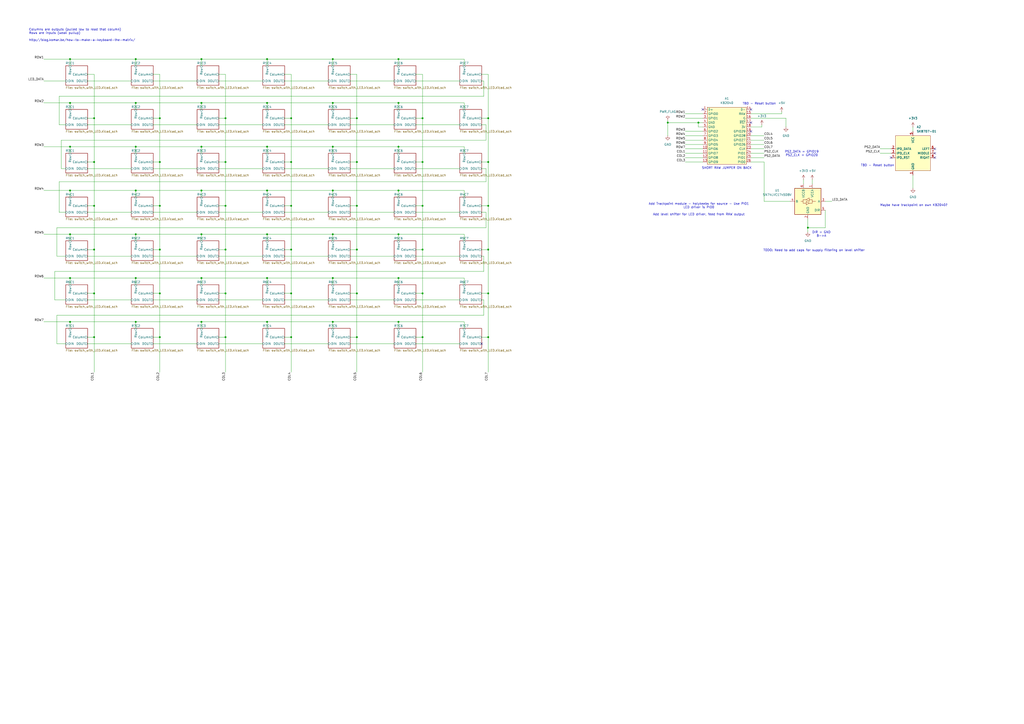
<source format=kicad_sch>
(kicad_sch (version 20250114) (generator "eeschema") (generator_version "9.0")
  (paper "A2")
  (lib_symbols
    (symbol "Logic_LevelTranslator:SN74LVC1T45DBV"
      (property "Reference" "U" (at -6.35 8.89 0))
      (property "Value" "SN74LVC1T45DBV" (at 3.81 8.89 0))
      (symbol "SN74LVC1T45DBV_0_1"
        (rectangle (start -7.62 7.62) (end 7.62 -7.62) (stroke (width 0.254)) (fill (type background)))
        (polyline (pts (xy -2.54 0) (xy -2.54 1.016) (xy -0.762 1.016)))
        (polyline (pts (xy -0.762 0) (xy -0.762 2.032) (xy 1.016 1.016) (xy -0.762 0)))
        (polyline (pts (xy -0.762 -1.016) (xy -2.54 -1.016) (xy -2.54 0) (xy -4.572 0)))
        (polyline (pts (xy 1.016 1.016) (xy 2.794 1.016) (xy 2.794 0) (xy 4.064 0)))
        (polyline (pts (xy 1.016 0) (xy 1.016 -1.778) (xy 1.016 -2.032) (xy -0.762 -1.016) (xy 1.016 0)))
        (polyline (pts (xy 2.794 0) (xy 2.794 -1.016) (xy 1.016 -1.016)))
      )
      (symbol "SN74LVC1T45DBV_1_1"
        (pin bidirectional line (at -10.16 0 0) (length 2.54) (name "A") (number "3"))
        (pin input line (at -10.16 -5.08 0) (length 2.54) (name "DIR") (number "5"))
        (pin power_in line (at -2.54 10.16 270) (length 2.54) (name "VCCA") (number "1"))
        (pin power_in line (at 0 -10.16 90) (length 2.54) (name "GND") (number "2"))
        (pin power_in line (at 2.54 10.16 270) (length 2.54) (name "VCCB") (number "6"))
        (pin bidirectional line (at 10.16 0 180) (length 2.54) (name "B") (number "4"))
      )
    )
    (symbol "SW-Adafruit:KB2040-5302"
      (property "Reference" "A" (at -5.08 17.78 0))
      (symbol "KB2040-5302_1_1"
        (rectangle (start -11.43 16.51) (end 11.43 -16.51) (fill (type background)))
        (pin bidirectional line (at -13.97 15.24 0) (length 2.54) (name "D+") (number "1"))
        (pin output line (at -13.97 12.7 0) (length 2.54) (name "TX") (number "2") (alternate "GPIO0" bidirectional line) (alternate "PIO0" bidirectional line) (alternate "PIO1" bidirectional line))
        (pin input line (at -13.97 10.16 0) (length 2.54) (name "RX") (number "3") (alternate "GPIO1" bidirectional line) (alternate "PIO0" bidirectional line) (alternate "PIO1" input line))
        (pin power_in line (at -13.97 7.62 0) (length 2.54) (name "GND") (number "4"))
        (pin power_in line (at -13.97 5.08 0) (length 2.54) (name "GND") (number "5"))
        (pin bidirectional line (at -13.97 2.54 0) (length 2.54) (name "2") (number "6") (alternate "GPIO2" bidirectional line) (alternate "PIO0" bidirectional line) (alternate "PIO1" bidirectional line))
        (pin bidirectional line (at -13.97 0 0) (length 2.54) (name "3") (number "7") (alternate "GPIO3" bidirectional line) (alternate "PIO0" bidirectional line) (alternate "PIO1" bidirectional line))
        (pin bidirectional line (at -13.97 -2.54 0) (length 2.54) (name "4") (number "8") (alternate "GPIO4" bidirectional line) (alternate "PIO0" bidirectional line) (alternate "PIO1" bidirectional line))
        (pin bidirectional line (at -13.97 -5.08 0) (length 2.54) (name "5") (number "9") (alternate "GPIO5" bidirectional line) (alternate "PIO0" bidirectional line) (alternate "PIO1" bidirectional line))
        (pin bidirectional line (at -13.97 -7.62 0) (length 2.54) (name "6") (number "10") (alternate "GPIO6" bidirectional line) (alternate "PIO0" bidirectional line) (alternate "PIO1" bidirectional line))
        (pin bidirectional line (at -13.97 -10.16 0) (length 2.54) (name "7") (number "11") (alternate "GPIO7" bidirectional line) (alternate "PIO0" bidirectional line) (alternate "PIO1" bidirectional line))
        (pin bidirectional line (at -13.97 -12.7 0) (length 2.54) (name "8") (number "12") (alternate "GPIO8" bidirectional line) (alternate "PIO0" bidirectional line) (alternate "PIO1" bidirectional line))
        (pin bidirectional line (at -13.97 -15.24 0) (length 2.54) (name "9") (number "13") (alternate "GPIO9" bidirectional line) (alternate "PIO0" bidirectional line) (alternate "PIO1" bidirectional line))
        (pin bidirectional line (at 13.97 15.24 180) (length 2.54) (name "D-") (number "14"))
        (pin power_out line (at 13.97 12.7 180) (length 2.54) (name "RAW") (number "15"))
        (pin power_in line (at 13.97 10.16 180) (length 2.54) (name "G") (number "16"))
        (pin input line (at 13.97 7.62 180) (length 2.54) (name "~{RST}") (number "17"))
        (pin power_out line (at 13.97 5.08 180) (length 2.54) (name "3V") (number "18"))
        (pin bidirectional line (at 13.97 2.54 180) (length 2.54) (name "A3") (number "19") (alternate "GPIO29" bidirectional line) (alternate "PIO0" bidirectional line) (alternate "PIO1" bidirectional line))
        (pin bidirectional line (at 13.97 0 180) (length 2.54) (name "A2") (number "20") (alternate "GPIO28" bidirectional line) (alternate "PIO0" bidirectional line) (alternate "PIO1" bidirectional line))
        (pin bidirectional line (at 13.97 -2.54 180) (length 2.54) (name "A1") (number "21") (alternate "GPIO27" bidirectional line) (alternate "PIO0" bidirectional line) (alternate "PIO1" bidirectional line))
        (pin bidirectional line (at 13.97 -5.08 180) (length 2.54) (name "A0") (number "22") (alternate "GPIO26" bidirectional line) (alternate "PIO0" bidirectional line) (alternate "PIO1" bidirectional line))
        (pin output line (at 13.97 -7.62 180) (length 2.54) (name "CLK") (number "23") (alternate "PIO0" bidirectional line) (alternate "PIO1" bidirectional line))
        (pin input line (at 13.97 -10.16 180) (length 2.54) (name "MI") (number "24") (alternate "PIO0" bidirectional line) (alternate "PIO1" bidirectional line))
        (pin output line (at 13.97 -12.7 180) (length 2.54) (name "MO") (number "25") (alternate "PIO0" bidirectional line) (alternate "PIO1" bidirectional line))
        (pin bidirectional line (at 13.97 -15.24 180) (length 2.54) (name "10") (number "26") (alternate "PIO0" bidirectional line) (alternate "PIO1" bidirectional line))
      )
    )
    (symbol "SW-Sprintek:SK8707-1"
      (property "Reference" "A" (at -9.398 -11.43 0))
      (symbol "SK8707-1_1_1"
        (rectangle (start -10.16 10.16) (end 10.16 -10.16) (fill (type background)))
        (pin bidirectional line (at -12.7 2.54 0) (length 2.54) (name "IPD_DATA") (number "2"))
        (pin bidirectional line (at -12.7 0 0) (length 2.54) (name "IPD_CLK") (number "3"))
        (pin input line (at -12.7 -2.54 0) (length 2.54) (name "IPD_RST") (number "4"))
        (pin power_in line (at 0 12.7 270) (length 2.54) (name "VCC") (number "5"))
        (pin power_in line (at 0 -12.7 90) (length 2.54) (name "GND") (number "1"))
        (pin bidirectional line (at 12.7 2.54 180) (length 2.54) (name "LEFT") (number "6"))
        (pin bidirectional line (at 12.7 0 180) (length 2.54) (name "MIDDLE") (number "7"))
        (pin bidirectional line (at 12.7 -2.54 180) (length 2.54) (name "RIGHT") (number "8"))
      )
    )
    (symbol "power:+3V3" (power) (pin_numbers (hide yes)) (pin_names (offset 0) (hide yes))
      (property "Value" "+3V3" (at 0 3.556 0))
      (symbol "+3V3_0_1"
        (polyline (pts (xy -0.762 1.27) (xy 0 2.54)))
        (polyline (pts (xy 0 2.54) (xy 0.762 1.27)))
        (polyline (pts (xy 0 0) (xy 0 2.54)))
      )
      (symbol "+3V3_1_1"
        (pin power_in line (at 0 0 90) (length 0) (name "~") (number "1"))
      )
    )
    (symbol "power:+5V" (power) (pin_numbers (hide yes)) (pin_names (offset 0) (hide yes))
      (property "Value" "+5V" (at 0 3.556 0))
      (symbol "+5V_0_1"
        (polyline (pts (xy -0.762 1.27) (xy 0 2.54)))
        (polyline (pts (xy 0 2.54) (xy 0.762 1.27)))
        (polyline (pts (xy 0 0) (xy 0 2.54)))
      )
      (symbol "+5V_1_1"
        (pin power_in line (at 0 0 90) (length 0) (name "~") (number "1"))
      )
    )
    (symbol "power:GND" (power) (pin_numbers (hide yes)) (pin_names (offset 0) (hide yes))
      (property "Value" "GND" (at 0 -3.81 0))
      (symbol "GND_0_1"
        (polyline (pts (xy 0 0) (xy 0 -1.27) (xy 1.27 -1.27) (xy 0 -2.54) (xy -1.27 -1.27) (xy 0 -1.27)))
      )
      (symbol "GND_1_1"
        (pin power_in line (at 0 0 270) (length 0) (name "~") (number "1"))
      )
    )
    (symbol "power:PWR_FLAG" (power) (pin_numbers (hide yes)) (pin_names (offset 0) (hide yes))
      (property "Value" "PWR_FLAG" (at 0 3.81 0))
      (symbol "PWR_FLAG_0_0"
        (pin power_out line (at 0 0 90) (length 0) (name "~") (number "1"))
      )
      (symbol "PWR_FLAG_0_1"
        (polyline (pts (xy 0 0) (xy 0 1.27) (xy -1.016 1.905) (xy 0 2.54) (xy 1.016 1.905) (xy 0 1.27)))
      )
    )
  )
  (text "PS2_DATA = GPIO19\nPS2_CLK = GPIO20" (at 465.074 89.154 0) (effects (font (size 1.27 1.27))))
  (text "SHORT RAW JUMPER ON BACK" (at 421.64 97.536 0) (effects (font (size 1.27 1.27))))
  (text "TBD - Reset button" (at 509.016 96.012 0) (effects (font (size 1.27 1.27))))
  (text "DIR = GND\nB->A" (at 476.504 135.89 0) (effects (font (size 1.27 1.27))))
  (text "Add Trackpoint module - holykeebs for source - Use PIO1\nLED driver is PIO0\n\nAdd level shifter for LED driver, feed from RAW output" (at 405.384 121.412 0) (effects (font (size 1.27 1.27))))
  (text "Maybe have trackpoint on own KB2040?" (at 530.098 119.126 0) (effects (font (size 1.27 1.27))))
  (text "TBD - Reset button" (at 440.436 60.198 0) (effects (font (size 1.27 1.27))))
  (text "Columns are outputs (pulled low to read that column)\nRows are inputs (weak pullup)\n\nhttp://blog.komar.be/how-to-make-a-keyboard-the-matrix/" (at 16.764 16.51 0) (effects (font (size 1.27 1.27)) (justify left top)))
  (text "TODO: Need to add caps for supply filtering on level shifter" (at 472.186 145.288 0) (effects (font (size 1.27 1.27))))
  (junction (at 40.64 186.69))
  (junction (at 78.74 85.09))
  (junction (at 40.64 110.49))
  (junction (at 130.81 119.38))
  (junction (at 207.01 195.58))
  (junction (at 231.14 34.29))
  (junction (at 54.61 195.58))
  (junction (at 116.84 59.69))
  (junction (at 130.81 195.58))
  (junction (at 54.61 119.38))
  (junction (at 207.01 119.38))
  (junction (at 116.84 34.29))
  (junction (at 245.11 68.58))
  (junction (at 78.74 186.69))
  (junction (at 92.71 93.98))
  (junction (at 116.84 135.89))
  (junction (at 40.64 85.09))
  (junction (at 207.01 68.58))
  (junction (at 154.94 161.29))
  (junction (at 130.81 68.58))
  (junction (at 245.11 93.98))
  (junction (at 54.61 93.98))
  (junction (at 154.94 110.49))
  (junction (at 283.21 68.58))
  (junction (at 168.91 68.58))
  (junction (at 92.71 68.58))
  (junction (at 245.11 195.58))
  (junction (at 193.04 135.89))
  (junction (at 207.01 170.18))
  (junction (at 154.94 59.69))
  (junction (at 283.21 119.38))
  (junction (at 116.84 110.49))
  (junction (at 168.91 170.18))
  (junction (at 283.21 144.78))
  (junction (at 116.84 186.69))
  (junction (at 207.01 144.78))
  (junction (at 193.04 34.29))
  (junction (at 231.14 161.29))
  (junction (at 78.74 110.49))
  (junction (at 92.71 144.78))
  (junction (at 54.61 170.18))
  (junction (at 168.91 195.58))
  (junction (at 154.94 85.09))
  (junction (at 168.91 119.38))
  (junction (at 193.04 59.69))
  (junction (at 387.35 71.12))
  (junction (at 193.04 110.49))
  (junction (at 193.04 186.69))
  (junction (at 116.84 161.29))
  (junction (at 54.61 144.78))
  (junction (at 283.21 170.18))
  (junction (at 168.91 93.98))
  (junction (at 92.71 195.58))
  (junction (at 92.71 119.38))
  (junction (at 245.11 170.18))
  (junction (at 78.74 34.29))
  (junction (at 130.81 144.78))
  (junction (at 245.11 119.38))
  (junction (at 40.64 34.29))
  (junction (at 283.21 93.98))
  (junction (at 207.01 93.98))
  (junction (at 154.94 186.69))
  (junction (at 245.11 144.78))
  (junction (at 231.14 110.49))
  (junction (at 78.74 161.29))
  (junction (at 193.04 161.29))
  (junction (at 231.14 135.89))
  (junction (at 405.13 71.12))
  (junction (at 154.94 135.89))
  (junction (at 130.81 93.98))
  (junction (at 40.64 161.29))
  (junction (at 231.14 85.09))
  (junction (at 154.94 34.29))
  (junction (at 78.74 59.69))
  (junction (at 40.64 135.89))
  (junction (at 54.61 68.58))
  (junction (at 116.84 85.09))
  (junction (at 231.14 59.69))
  (junction (at 468.63 132.08))
  (junction (at 78.74 135.89))
  (junction (at 40.64 59.69))
  (junction (at 130.81 170.18))
  (junction (at 231.14 186.69))
  (junction (at 283.21 195.58))
  (junction (at 92.71 170.18))
  (junction (at 168.91 144.78))
  (junction (at 193.04 85.09))
  (no_connect (at 542.29 91.44))
  (no_connect (at 516.89 91.44))
  (no_connect (at 542.29 86.36))
  (no_connect (at 407.67 63.5))
  (no_connect (at 435.61 76.2))
  (no_connect (at 435.61 71.12))
  (no_connect (at 435.61 63.5))
  (no_connect (at 279.4 199.39))
  (no_connect (at 542.29 88.9))
  (wire (pts (xy 54.61 195.58) (xy 54.61 215.9)))
  (wire (pts (xy 50.8 144.78) (xy 54.61 144.78)))
  (wire (pts (xy 478.79 116.84) (xy 482.6 116.84)))
  (wire (pts (xy 207.01 170.18) (xy 207.01 195.58)))
  (wire (pts (xy 165.1 123.19) (xy 190.5 123.19)))
  (wire (pts (xy 78.74 161.29) (xy 116.84 161.29)))
  (wire (pts (xy 280.67 157.48) (xy 31.75 157.48)))
  (wire (pts (xy 78.74 135.89) (xy 116.84 135.89)))
  (wire (pts (xy 279.4 72.39) (xy 281.94 72.39)))
  (wire (pts (xy 193.04 161.29) (xy 231.14 161.29)))
  (wire (pts (xy 154.94 186.69) (xy 193.04 186.69)))
  (wire (pts (xy 40.64 161.29) (xy 78.74 161.29)))
  (wire (pts (xy 127 46.99) (xy 152.4 46.99)))
  (wire (pts (xy 193.04 34.29) (xy 231.14 34.29)))
  (wire (pts (xy 50.8 148.59) (xy 76.2 148.59)))
  (wire (pts (xy 279.4 195.58) (xy 283.21 195.58)))
  (wire (pts (xy 281.94 123.19) (xy 281.94 132.08)))
  (wire (pts (xy 203.2 123.19) (xy 228.6 123.19)))
  (wire (pts (xy 92.71 215.9) (xy 92.71 195.58)))
  (wire (pts (xy 78.74 85.09) (xy 116.84 85.09)))
  (wire (pts (xy 387.35 69.85) (xy 387.35 71.12)))
  (wire (pts (xy 78.74 59.69) (xy 78.74 63.5)))
  (wire (pts (xy 127 144.78) (xy 130.81 144.78)))
  (wire (pts (xy 207.01 195.58) (xy 207.01 215.9)))
  (wire (pts (xy 269.24 59.69) (xy 269.24 63.5)))
  (wire (pts (xy 165.1 72.39) (xy 190.5 72.39)))
  (wire (pts (xy 245.11 119.38) (xy 245.11 144.78)))
  (wire (pts (xy 154.94 59.69) (xy 193.04 59.69)))
  (wire (pts (xy 241.3 148.59) (xy 266.7 148.59)))
  (wire (pts (xy 241.3 97.79) (xy 266.7 97.79)))
  (wire (pts (xy 88.9 170.18) (xy 92.71 170.18)))
  (wire (pts (xy 407.67 73.66) (xy 405.13 73.66)))
  (wire (pts (xy 40.64 161.29) (xy 40.64 165.1)))
  (wire (pts (xy 127 195.58) (xy 130.81 195.58)))
  (wire (pts (xy 40.64 110.49) (xy 40.64 114.3)))
  (wire (pts (xy 130.81 93.98) (xy 130.81 119.38)))
  (wire (pts (xy 529.59 73.66) (xy 529.59 76.2)))
  (wire (pts (xy 435.61 86.36) (xy 443.23 86.36)))
  (wire (pts (xy 281.94 97.79) (xy 281.94 105.41)))
  (wire (pts (xy 50.8 93.98) (xy 54.61 93.98)))
  (wire (pts (xy 154.94 135.89) (xy 154.94 139.7)))
  (wire (pts (xy 165.1 119.38) (xy 168.91 119.38)))
  (wire (pts (xy 154.94 34.29) (xy 154.94 38.1)))
  (wire (pts (xy 40.64 135.89) (xy 40.64 139.7)))
  (wire (pts (xy 529.59 101.6) (xy 529.59 109.22)))
  (wire (pts (xy 40.64 34.29) (xy 78.74 34.29)))
  (wire (pts (xy 154.94 85.09) (xy 193.04 85.09)))
  (wire (pts (xy 207.01 68.58) (xy 207.01 93.98)))
  (wire (pts (xy 54.61 170.18) (xy 54.61 195.58)))
  (wire (pts (xy 280.67 173.99) (xy 280.67 182.88)))
  (wire (pts (xy 92.71 93.98) (xy 92.71 68.58)))
  (wire (pts (xy 241.3 93.98) (xy 245.11 93.98)))
  (wire (pts (xy 127 43.18) (xy 130.81 43.18)))
  (wire (pts (xy 241.3 199.39) (xy 266.7 199.39)))
  (wire (pts (xy 88.9 199.39) (xy 114.3 199.39)))
  (wire (pts (xy 154.94 85.09) (xy 154.94 88.9)))
  (wire (pts (xy 387.35 71.12) (xy 387.35 78.74)))
  (wire (pts (xy 168.91 119.38) (xy 168.91 144.78)))
  (wire (pts (xy 33.02 148.59) (xy 38.1 148.59)))
  (wire (pts (xy 269.24 34.29) (xy 269.24 38.1)))
  (wire (pts (xy 279.4 93.98) (xy 283.21 93.98)))
  (wire (pts (xy 193.04 186.69) (xy 193.04 190.5)))
  (wire (pts (xy 154.94 161.29) (xy 193.04 161.29)))
  (wire (pts (xy 50.8 46.99) (xy 76.2 46.99)))
  (wire (pts (xy 203.2 72.39) (xy 228.6 72.39)))
  (wire (pts (xy 165.1 173.99) (xy 190.5 173.99)))
  (wire (pts (xy 33.02 199.39) (xy 38.1 199.39)))
  (wire (pts (xy 40.64 85.09) (xy 78.74 85.09)))
  (wire (pts (xy 245.11 144.78) (xy 245.11 170.18)))
  (wire (pts (xy 193.04 186.69) (xy 231.14 186.69)))
  (wire (pts (xy 40.64 85.09) (xy 40.64 88.9)))
  (wire (pts (xy 397.51 83.82) (xy 407.67 83.82)))
  (wire (pts (xy 116.84 110.49) (xy 154.94 110.49)))
  (wire (pts (xy 241.3 72.39) (xy 266.7 72.39)))
  (wire (pts (xy 88.9 97.79) (xy 114.3 97.79)))
  (wire (pts (xy 281.94 132.08) (xy 33.02 132.08)))
  (wire (pts (xy 203.2 119.38) (xy 207.01 119.38)))
  (wire (pts (xy 231.14 34.29) (xy 231.14 38.1)))
  (wire (pts (xy 279.4 148.59) (xy 280.67 148.59)))
  (wire (pts (xy 280.67 148.59) (xy 280.67 157.48)))
  (wire (pts (xy 468.63 127) (xy 468.63 132.08)))
  (wire (pts (xy 40.64 59.69) (xy 78.74 59.69)))
  (wire (pts (xy 165.1 68.58) (xy 168.91 68.58)))
  (wire (pts (xy 116.84 161.29) (xy 154.94 161.29)))
  (wire (pts (xy 203.2 144.78) (xy 207.01 144.78)))
  (wire (pts (xy 193.04 110.49) (xy 231.14 110.49)))
  (wire (pts (xy 154.94 34.29) (xy 193.04 34.29)))
  (wire (pts (xy 25.4 59.69) (xy 40.64 59.69)))
  (wire (pts (xy 397.51 91.44) (xy 407.67 91.44)))
  (wire (pts (xy 435.61 78.74) (xy 443.23 78.74)))
  (wire (pts (xy 50.8 43.18) (xy 54.61 43.18)))
  (wire (pts (xy 88.9 46.99) (xy 114.3 46.99)))
  (wire (pts (xy 54.61 43.18) (xy 54.61 68.58)))
  (wire (pts (xy 455.93 68.58) (xy 455.93 73.66)))
  (wire (pts (xy 241.3 144.78) (xy 245.11 144.78)))
  (wire (pts (xy 283.21 195.58) (xy 283.21 215.9)))
  (wire (pts (xy 397.51 86.36) (xy 407.67 86.36)))
  (wire (pts (xy 92.71 170.18) (xy 92.71 144.78)))
  (wire (pts (xy 168.91 170.18) (xy 168.91 195.58)))
  (wire (pts (xy 40.64 34.29) (xy 40.64 38.1)))
  (wire (pts (xy 168.91 93.98) (xy 168.91 119.38)))
  (wire (pts (xy 283.21 144.78) (xy 283.21 170.18)))
  (wire (pts (xy 127 199.39) (xy 152.4 199.39)))
  (wire (pts (xy 154.94 161.29) (xy 154.94 165.1)))
  (wire (pts (xy 279.4 43.18) (xy 283.21 43.18)))
  (wire (pts (xy 453.39 66.04) (xy 453.39 64.77)))
  (wire (pts (xy 165.1 93.98) (xy 168.91 93.98)))
  (wire (pts (xy 207.01 43.18) (xy 207.01 68.58)))
  (wire (pts (xy 279.4 119.38) (xy 283.21 119.38)))
  (wire (pts (xy 510.54 86.36) (xy 516.89 86.36)))
  (wire (pts (xy 127 123.19) (xy 152.4 123.19)))
  (wire (pts (xy 40.64 186.69) (xy 78.74 186.69)))
  (wire (pts (xy 88.9 123.19) (xy 114.3 123.19)))
  (wire (pts (xy 34.29 105.41) (xy 34.29 123.19)))
  (wire (pts (xy 88.9 68.58) (xy 92.71 68.58)))
  (wire (pts (xy 116.84 110.49) (xy 116.84 114.3)))
  (wire (pts (xy 116.84 59.69) (xy 154.94 59.69)))
  (wire (pts (xy 203.2 195.58) (xy 207.01 195.58)))
  (wire (pts (xy 471.17 104.14) (xy 471.17 106.68)))
  (wire (pts (xy 165.1 148.59) (xy 190.5 148.59)))
  (wire (pts (xy 33.02 132.08) (xy 33.02 148.59)))
  (wire (pts (xy 435.61 93.98) (xy 443.23 93.98)))
  (wire (pts (xy 435.61 83.82) (xy 443.23 83.82)))
  (wire (pts (xy 54.61 119.38) (xy 54.61 144.78)))
  (wire (pts (xy 245.11 93.98) (xy 245.11 119.38)))
  (wire (pts (xy 50.8 119.38) (xy 54.61 119.38)))
  (wire (pts (xy 54.61 144.78) (xy 54.61 170.18)))
  (wire (pts (xy 283.21 68.58) (xy 283.21 93.98)))
  (wire (pts (xy 207.01 144.78) (xy 207.01 170.18)))
  (wire (pts (xy 168.91 43.18) (xy 168.91 68.58)))
  (wire (pts (xy 130.81 195.58) (xy 130.81 215.9)))
  (wire (pts (xy 50.8 123.19) (xy 76.2 123.19)))
  (wire (pts (xy 127 173.99) (xy 152.4 173.99)))
  (wire (pts (xy 279.4 144.78) (xy 283.21 144.78)))
  (wire (pts (xy 466.09 104.14) (xy 466.09 106.68)))
  (wire (pts (xy 154.94 110.49) (xy 154.94 114.3)))
  (wire (pts (xy 54.61 93.98) (xy 54.61 119.38)))
  (wire (pts (xy 34.29 55.88) (xy 34.29 72.39)))
  (wire (pts (xy 397.51 68.58) (xy 407.67 68.58)))
  (wire (pts (xy 25.4 161.29) (xy 40.64 161.29)))
  (wire (pts (xy 78.74 34.29) (xy 116.84 34.29)))
  (wire (pts (xy 25.4 85.09) (xy 40.64 85.09)))
  (wire (pts (xy 127 93.98) (xy 130.81 93.98)))
  (wire (pts (xy 50.8 97.79) (xy 76.2 97.79)))
  (wire (pts (xy 78.74 59.69) (xy 116.84 59.69)))
  (wire (pts (xy 435.61 88.9) (xy 443.23 88.9)))
  (wire (pts (xy 241.3 170.18) (xy 245.11 170.18)))
  (wire (pts (xy 203.2 170.18) (xy 207.01 170.18)))
  (wire (pts (xy 231.14 135.89) (xy 269.24 135.89)))
  (wire (pts (xy 269.24 186.69) (xy 269.24 190.5)))
  (wire (pts (xy 241.3 119.38) (xy 245.11 119.38)))
  (wire (pts (xy 478.79 132.08) (xy 478.79 121.92)))
  (wire (pts (xy 281.94 81.28) (xy 35.56 81.28)))
  (wire (pts (xy 280.67 46.99) (xy 280.67 55.88)))
  (wire (pts (xy 116.84 34.29) (xy 154.94 34.29)))
  (wire (pts (xy 203.2 46.99) (xy 228.6 46.99)))
  (wire (pts (xy 116.84 85.09) (xy 116.84 88.9)))
  (wire (pts (xy 231.14 186.69) (xy 231.14 190.5)))
  (wire (pts (xy 116.84 135.89) (xy 116.84 139.7)))
  (wire (pts (xy 88.9 93.98) (xy 92.71 93.98)))
  (wire (pts (xy 25.4 34.29) (xy 40.64 34.29)))
  (wire (pts (xy 78.74 110.49) (xy 78.74 114.3)))
  (wire (pts (xy 31.75 173.99) (xy 38.1 173.99)))
  (wire (pts (xy 35.56 97.79) (xy 38.1 97.79)))
  (wire (pts (xy 40.64 135.89) (xy 78.74 135.89)))
  (wire (pts (xy 50.8 170.18) (xy 54.61 170.18)))
  (wire (pts (xy 34.29 123.19) (xy 38.1 123.19)))
  (wire (pts (xy 245.11 170.18) (xy 245.11 195.58)))
  (wire (pts (xy 193.04 110.49) (xy 193.04 114.3)))
  (wire (pts (xy 130.81 144.78) (xy 130.81 170.18)))
  (wire (pts (xy 468.63 132.08) (xy 478.79 132.08)))
  (wire (pts (xy 241.3 123.19) (xy 266.7 123.19)))
  (wire (pts (xy 443.23 116.84) (xy 458.47 116.84)))
  (wire (pts (xy 397.51 78.74) (xy 407.67 78.74)))
  (wire (pts (xy 78.74 161.29) (xy 78.74 165.1)))
  (wire (pts (xy 40.64 186.69) (xy 40.64 190.5)))
  (wire (pts (xy 127 97.79) (xy 152.4 97.79)))
  (wire (pts (xy 78.74 110.49) (xy 116.84 110.49)))
  (wire (pts (xy 130.81 68.58) (xy 130.81 93.98)))
  (wire (pts (xy 241.3 68.58) (xy 245.11 68.58)))
  (wire (pts (xy 50.8 173.99) (xy 76.2 173.99)))
  (wire (pts (xy 279.4 123.19) (xy 281.94 123.19)))
  (wire (pts (xy 92.71 195.58) (xy 92.71 170.18)))
  (wire (pts (xy 245.11 43.18) (xy 245.11 68.58)))
  (wire (pts (xy 435.61 81.28) (xy 443.23 81.28)))
  (wire (pts (xy 279.4 68.58) (xy 283.21 68.58)))
  (wire (pts (xy 203.2 68.58) (xy 207.01 68.58)))
  (wire (pts (xy 397.51 81.28) (xy 407.67 81.28)))
  (wire (pts (xy 127 148.59) (xy 152.4 148.59)))
  (wire (pts (xy 405.13 71.12) (xy 387.35 71.12)))
  (wire (pts (xy 231.14 161.29) (xy 231.14 165.1)))
  (wire (pts (xy 203.2 173.99) (xy 228.6 173.99)))
  (wire (pts (xy 231.14 85.09) (xy 231.14 88.9)))
  (wire (pts (xy 127 68.58) (xy 130.81 68.58)))
  (wire (pts (xy 78.74 186.69) (xy 116.84 186.69)))
  (wire (pts (xy 283.21 93.98) (xy 283.21 119.38)))
  (wire (pts (xy 116.84 59.69) (xy 116.84 63.5)))
  (wire (pts (xy 33.02 182.88) (xy 33.02 199.39)))
  (wire (pts (xy 116.84 161.29) (xy 116.84 165.1)))
  (wire (pts (xy 193.04 161.29) (xy 193.04 165.1)))
  (wire (pts (xy 283.21 43.18) (xy 283.21 68.58)))
  (wire (pts (xy 127 72.39) (xy 152.4 72.39)))
  (wire (pts (xy 40.64 59.69) (xy 40.64 63.5)))
  (wire (pts (xy 203.2 97.79) (xy 228.6 97.79)))
  (wire (pts (xy 25.4 186.69) (xy 40.64 186.69)))
  (wire (pts (xy 203.2 93.98) (xy 207.01 93.98)))
  (wire (pts (xy 203.2 43.18) (xy 207.01 43.18)))
  (wire (pts (xy 34.29 72.39) (xy 38.1 72.39)))
  (wire (pts (xy 168.91 68.58) (xy 168.91 93.98)))
  (wire (pts (xy 241.3 46.99) (xy 266.7 46.99)))
  (wire (pts (xy 78.74 85.09) (xy 78.74 88.9)))
  (wire (pts (xy 231.14 110.49) (xy 231.14 114.3)))
  (wire (pts (xy 279.4 97.79) (xy 281.94 97.79)))
  (wire (pts (xy 154.94 59.69) (xy 154.94 63.5)))
  (wire (pts (xy 281.94 105.41) (xy 34.29 105.41)))
  (wire (pts (xy 435.61 73.66) (xy 441.96 73.66)))
  (wire (pts (xy 455.93 68.58) (xy 435.61 68.58)))
  (wire (pts (xy 405.13 73.66) (xy 405.13 71.12)))
  (wire (pts (xy 116.84 85.09) (xy 154.94 85.09)))
  (wire (pts (xy 165.1 195.58) (xy 168.91 195.58)))
  (wire (pts (xy 116.84 34.29) (xy 116.84 38.1)))
  (wire (pts (xy 25.4 135.89) (xy 40.64 135.89)))
  (wire (pts (xy 207.01 93.98) (xy 207.01 119.38)))
  (wire (pts (xy 231.14 59.69) (xy 269.24 59.69)))
  (wire (pts (xy 127 170.18) (xy 130.81 170.18)))
  (wire (pts (xy 116.84 135.89) (xy 154.94 135.89)))
  (wire (pts (xy 443.23 93.98) (xy 443.23 116.84)))
  (wire (pts (xy 193.04 59.69) (xy 231.14 59.69)))
  (wire (pts (xy 165.1 144.78) (xy 168.91 144.78)))
  (wire (pts (xy 88.9 173.99) (xy 114.3 173.99)))
  (wire (pts (xy 54.61 68.58) (xy 54.61 93.98)))
  (wire (pts (xy 50.8 68.58) (xy 54.61 68.58)))
  (wire (pts (xy 50.8 199.39) (xy 76.2 199.39)))
  (wire (pts (xy 88.9 72.39) (xy 114.3 72.39)))
  (wire (pts (xy 231.14 34.29) (xy 269.24 34.29)))
  (wire (pts (xy 88.9 144.78) (xy 92.71 144.78)))
  (wire (pts (xy 397.51 66.04) (xy 407.67 66.04)))
  (wire (pts (xy 25.4 110.49) (xy 40.64 110.49)))
  (wire (pts (xy 130.81 119.38) (xy 130.81 144.78)))
  (wire (pts (xy 130.81 43.18) (xy 130.81 68.58)))
  (wire (pts (xy 397.51 93.98) (xy 407.67 93.98)))
  (wire (pts (xy 435.61 91.44) (xy 443.23 91.44)))
  (wire (pts (xy 231.14 161.29) (xy 269.24 161.29)))
  (wire (pts (xy 154.94 110.49) (xy 193.04 110.49)))
  (wire (pts (xy 50.8 195.58) (xy 54.61 195.58)))
  (wire (pts (xy 168.91 144.78) (xy 168.91 170.18)))
  (wire (pts (xy 241.3 43.18) (xy 245.11 43.18)))
  (wire (pts (xy 130.81 170.18) (xy 130.81 195.58)))
  (wire (pts (xy 168.91 195.58) (xy 168.91 215.9)))
  (wire (pts (xy 231.14 135.89) (xy 231.14 139.7)))
  (wire (pts (xy 88.9 195.58) (xy 92.71 195.58)))
  (wire (pts (xy 283.21 119.38) (xy 283.21 144.78)))
  (wire (pts (xy 165.1 97.79) (xy 190.5 97.79)))
  (wire (pts (xy 92.71 68.58) (xy 92.71 43.18)))
  (wire (pts (xy 241.3 173.99) (xy 266.7 173.99)))
  (wire (pts (xy 241.3 195.58) (xy 245.11 195.58)))
  (wire (pts (xy 40.64 110.49) (xy 78.74 110.49)))
  (wire (pts (xy 165.1 46.99) (xy 190.5 46.99)))
  (wire (pts (xy 510.54 88.9) (xy 516.89 88.9)))
  (wire (pts (xy 88.9 148.59) (xy 114.3 148.59)))
  (wire (pts (xy 193.04 59.69) (xy 193.04 63.5)))
  (wire (pts (xy 25.4 46.99) (xy 38.1 46.99)))
  (wire (pts (xy 279.4 46.99) (xy 280.67 46.99)))
  (wire (pts (xy 441.96 73.66) (xy 441.96 72.39)))
  (wire (pts (xy 231.14 85.09) (xy 269.24 85.09)))
  (wire (pts (xy 165.1 43.18) (xy 168.91 43.18)))
  (wire (pts (xy 193.04 85.09) (xy 231.14 85.09)))
  (wire (pts (xy 269.24 135.89) (xy 269.24 139.7)))
  (wire (pts (xy 269.24 110.49) (xy 269.24 114.3)))
  (wire (pts (xy 88.9 119.38) (xy 92.71 119.38)))
  (wire (pts (xy 280.67 182.88) (xy 33.02 182.88)))
  (wire (pts (xy 231.14 59.69) (xy 231.14 63.5)))
  (wire (pts (xy 231.14 110.49) (xy 269.24 110.49)))
  (wire (pts (xy 280.67 55.88) (xy 34.29 55.88)))
  (wire (pts (xy 245.11 68.58) (xy 245.11 93.98)))
  (wire (pts (xy 269.24 161.29) (xy 269.24 165.1)))
  (wire (pts (xy 116.84 186.69) (xy 116.84 190.5)))
  (wire (pts (xy 116.84 186.69) (xy 154.94 186.69)))
  (wire (pts (xy 193.04 135.89) (xy 193.04 139.7)))
  (wire (pts (xy 154.94 135.89) (xy 193.04 135.89)))
  (wire (pts (xy 279.4 173.99) (xy 280.67 173.99)))
  (wire (pts (xy 468.63 134.62) (xy 468.63 132.08)))
  (wire (pts (xy 78.74 186.69) (xy 78.74 190.5)))
  (wire (pts (xy 193.04 34.29) (xy 193.04 38.1)))
  (wire (pts (xy 435.61 66.04) (xy 453.39 66.04)))
  (wire (pts (xy 127 119.38) (xy 130.81 119.38)))
  (wire (pts (xy 269.24 85.09) (xy 269.24 88.9)))
  (wire (pts (xy 165.1 199.39) (xy 190.5 199.39)))
  (wire (pts (xy 92.71 43.18) (xy 88.9 43.18)))
  (wire (pts (xy 78.74 34.29) (xy 78.74 38.1)))
  (wire (pts (xy 35.56 81.28) (xy 35.56 97.79)))
  (wire (pts (xy 193.04 135.89) (xy 231.14 135.89)))
  (wire (pts (xy 193.04 85.09) (xy 193.04 88.9)))
  (wire (pts (xy 231.14 186.69) (xy 269.24 186.69)))
  (wire (pts (xy 92.71 119.38) (xy 92.71 93.98)))
  (wire (pts (xy 92.71 144.78) (xy 92.71 119.38)))
  (wire (pts (xy 203.2 148.59) (xy 228.6 148.59)))
  (wire (pts (xy 407.67 71.12) (xy 405.13 71.12)))
  (wire (pts (xy 245.11 195.58) (xy 245.11 215.9)))
  (wire (pts (xy 50.8 72.39) (xy 76.2 72.39)))
  (wire (pts (xy 207.01 119.38) (xy 207.01 144.78)))
  (wire (pts (xy 283.21 170.18) (xy 283.21 195.58)))
  (wire (pts (xy 397.51 76.2) (xy 407.67 76.2)))
  (wire (pts (xy 281.94 72.39) (xy 281.94 81.28)))
  (wire (pts (xy 165.1 170.18) (xy 168.91 170.18)))
  (wire (pts (xy 78.74 135.89) (xy 78.74 139.7)))
  (wire (pts (xy 154.94 186.69) (xy 154.94 190.5)))
  (wire (pts (xy 397.51 88.9) (xy 407.67 88.9)))
  (wire (pts (xy 203.2 199.39) (xy 228.6 199.39)))
  (wire (pts (xy 31.75 157.48) (xy 31.75 173.99)))
  (wire (pts (xy 279.4 170.18) (xy 283.21 170.18)))
  (label "ROW4" (at 25.4 110.49 180))
  (label "COL1" (at 397.51 88.9 180))
  (label "ROW2" (at 397.51 68.58 180))
  (label "PS2_DATA" (at 443.23 91.44 0))
  (label "ROW4" (at 397.51 78.74 180))
  (label "COL5" (at 443.23 81.28 0))
  (label "PS2_CLK" (at 443.23 88.9 0))
  (label "COL4" (at 443.23 78.74 0))
  (label "COL3" (at 130.81 215.9 270))
  (label "ROW5" (at 25.4 135.89 180))
  (label "ROW7" (at 397.51 86.36 180))
  (label "COL6" (at 245.11 215.9 270))
  (label "PS2_CLK" (at 510.54 88.9 180))
  (label "LED_DATA" (at 482.6 116.84 0))
  (label "ROW6" (at 25.4 161.29 180))
  (label "COL1" (at 54.61 215.9 270))
  (label "COL7" (at 283.21 215.9 270))
  (label "ROW2" (at 25.4 59.69 180))
  (label "ROW1" (at 397.51 66.04 180))
  (label "COL2" (at 92.71 215.9 270))
  (label "ROW5" (at 397.51 81.28 180))
  (label "ROW7" (at 25.4 186.69 180))
  (label "COL4" (at 168.91 215.9 270))
  (label "COL3" (at 397.51 93.98 180))
  (label "COL5" (at 207.01 215.9 270))
  (label "COL6" (at 443.23 83.82 0))
  (label "ROW6" (at 397.51 83.82 180))
  (label "PS2_DATA" (at 510.54 86.36 180))
  (label "ROW1" (at 25.4 34.29 180))
  (label "ROW3" (at 25.4 85.09 180))
  (label "COL2" (at 397.51 91.44 180))
  (label "LED_DATA" (at 25.4 46.99 180))
  (label "COL7" (at 443.23 86.36 0))
  (label "ROW3" (at 397.51 76.2 180))
  (symbol (lib_id "power:PWR_FLAG") (at 387.35 69.85 0) (unit 1)
    (property "Reference" "#FLG01" (effects (hide yes)))
    (property "Value" "PWR_FLAG" (at 387.35 64.77 0))
    (property "Description" "Special symbol for telling ERC where power comes from" (effects (hide yes)))
  )
  (symbol (lib_id "SW-Sprintek:SK8707-1") (at 529.59 88.9 0) (unit 1)
    (property "Reference" "A2" (at 531.7333 73.66 0) (effects (justify left)))
    (property "Value" "SK8707-01" (at 531.7333 76.2 0) (effects (justify left)))
    (property "Footprint" "Connector_PinHeader_1.27mm:PinHeader_1x08_P1.27mm_Vertical" (effects (hide yes)))
    (property "Datasheet" "https://docs.holykeebs.com/datasheets/SK8707-01.pdf" (effects (hide yes)))
  )
  (symbol (lib_id "power:+3V3") (at 529.59 73.66 0) (unit 1)
    (property "Reference" "#PWR08" (effects (hide yes)))
    (property "Value" "+3V3" (at 529.59 68.58 0))
    (property "Description" "Power symbol creates a global label with name \"+3V3\"" (effects (hide yes)))
  )
  (symbol (lib_id "power:+5V") (at 471.17 104.14 0) (unit 1)
    (property "Reference" "#PWR07" (effects (hide yes)))
    (property "Value" "+5V" (at 471.17 99.06 0))
    (property "Description" "Power symbol creates a global label with name \"+5V\"" (effects (hide yes)))
  )
  (symbol (lib_id "power:+3V3") (at 466.09 104.14 0) (unit 1)
    (property "Reference" "#PWR05" (effects (hide yes)))
    (property "Value" "+3V3" (at 466.09 99.06 0))
    (property "Description" "Power symbol creates a global label with name \"+3V3\"" (effects (hide yes)))
  )
  (symbol (lib_id "SW-Adafruit:KB2040-5302") (at 421.64 78.74 0) (unit 1)
    (property "Reference" "A1" (at 421.64 57.15 0))
    (property "Value" "KB2040" (at 421.64 59.69 0))
    (property "Footprint" "Package_DIP:DIP-26_W15.24mm_Socket" (effects (hide yes)))
    (property "Datasheet" "https://learn.adafruit.com/adafruit-kb2040/pinouts" (effects (hide yes)))
    (pin "22" (alternate "GPIO26"))
    (pin "12" (alternate "GPIO8"))
    (pin "20" (alternate "GPIO28"))
    (pin "2" (alternate "GPIO0"))
    (pin "19" (alternate "GPIO29"))
    (pin "13" (alternate "GPIO9"))
    (pin "25" (alternate "PIO1"))
    (pin "21" (alternate "GPIO27"))
    (pin "26" (alternate "PIO0"))
    (pin "11" (alternate "GPIO7"))
    (pin "10" (alternate "GPIO6"))
    (pin "24" (alternate "PIO1"))
    (pin "9" (alternate "GPIO5"))
    (pin "8" (alternate "GPIO4"))
    (pin "6" (alternate "GPIO2"))
    (pin "7" (alternate "GPIO3"))
    (pin "3" (alternate "GPIO1"))
  )
  (symbol (lib_id "power:GND") (at 455.93 73.66 0) (unit 1)
    (property "Reference" "#PWR04" (effects (hide yes)))
    (property "Value" "GND" (at 455.93 78.74 0))
    (property "Description" "Power symbol creates a global label with name \"GND\" , ground" (effects (hide yes)))
  )
  (symbol (lib_id "power:GND") (at 529.59 109.22 0) (unit 1)
    (property "Reference" "#PWR09" (effects (hide yes)))
    (property "Value" "GND" (at 529.59 114.3 0))
    (property "Description" "Power symbol creates a global label with name \"GND\" , ground" (effects (hide yes)))
  )
  (symbol (lib_id "power:GND") (at 468.63 134.62 0) (unit 1)
    (property "Reference" "#PWR06" (effects (hide yes)))
    (property "Value" "GND" (at 468.63 139.7 0))
    (property "Description" "Power symbol creates a global label with name \"GND\" , ground" (effects (hide yes)))
  )
  (symbol (lib_id "power:+3V3") (at 441.96 72.39 0) (unit 1)
    (property "Reference" "#PWR02" (effects (hide yes)))
    (property "Value" "+3V3" (at 441.96 67.31 0))
    (property "Description" "Power symbol creates a global label with name \"+3V3\"" (effects (hide yes)))
  )
  (symbol (lib_id "power:GND") (at 387.35 78.74 0) (unit 1)
    (property "Reference" "#PWR01" (effects (hide yes)))
    (property "Value" "GND" (at 387.35 83.82 0))
    (property "Description" "Power symbol creates a global label with name \"GND\" , ground" (effects (hide yes)))
  )
  (symbol (lib_id "power:+5V") (at 453.39 64.77 0) (unit 1)
    (property "Reference" "#PWR03" (effects (hide yes)))
    (property "Value" "+5V" (at 453.39 59.69 0))
    (property "Description" "Power symbol creates a global label with name \"+5V\"" (effects (hide yes)))
  )
  (symbol (lib_id "Logic_LevelTranslator:SN74LVC1T45DBV") (at 468.63 116.84 0) (mirror y) (unit 1)
    (property "Reference" "U1" (at 450.85 110.4198 0))
    (property "Value" "SN74LVC1T45DBV" (at 450.85 112.9598 0))
    (property "Footprint" "Package_TO_SOT_SMD:SOT-23-6" (effects (hide yes)))
    (property "Datasheet" "http://www.ti.com/lit/ds/symlink/sn74lvc1t45.pdf" (effects (hide yes)))
    (property "Description" "Single-Bit Dual-Supply Bus Transceiver With Configurable Voltage Translation and 3-State Outputs, SOT-23-6" (effects (hide yes)))
  )
  (sheet (at 266.7 165.1) (size 12.7 11.43) (stroke (width 0.1524))
    (property "Sheetname" "R6C7" (at 266.7 164.3884 0) (effects (justify left bottom)))
    (property "Sheetfile" "switch_with_LED.kicad_sch" (at 266.7 177.1146 0) (effects (justify left top)))
    (pin "Column" output (at 279.4 170.18 0))
    (pin "DIN" input (at 266.7 173.99 180))
    (pin "DOUT" output (at 279.4 173.99 0))
    (pin "Row" input (at 269.24 165.1 90))
  )
  (sheet (at 152.4 63.5) (size 12.7 11.43) (stroke (width 0.1524))
    (property "Sheetname" "R2C4" (at 152.4 62.7884 0) (effects (justify left bottom)))
    (property "Sheetfile" "switch_with_LED.kicad_sch" (at 152.4 75.5146 0) (effects (justify left top)))
    (pin "Column" output (at 165.1 68.58 0))
    (pin "DIN" input (at 152.4 72.39 180))
    (pin "DOUT" output (at 165.1 72.39 0))
    (pin "Row" input (at 154.94 63.5 90))
  )
  (sheet (at 190.5 88.9) (size 12.7 11.43) (stroke (width 0.1524))
    (property "Sheetname" "R3C5" (at 190.5 88.1884 0) (effects (justify left bottom)))
    (property "Sheetfile" "switch_with_LED.kicad_sch" (at 190.5 100.9146 0) (effects (justify left top)))
    (pin "Column" output (at 203.2 93.98 0))
    (pin "DIN" input (at 190.5 97.79 180))
    (pin "DOUT" output (at 203.2 97.79 0))
    (pin "Row" input (at 193.04 88.9 90))
  )
  (sheet (at 228.6 114.3) (size 12.7 11.43) (stroke (width 0.1524))
    (property "Sheetname" "R4C6" (at 228.6 113.5884 0) (effects (justify left bottom)))
    (property "Sheetfile" "switch_with_LED.kicad_sch" (at 228.6 126.3146 0) (effects (justify left top)))
    (pin "Column" output (at 241.3 119.38 0))
    (pin "DIN" input (at 228.6 123.19 180))
    (pin "DOUT" output (at 241.3 123.19 0))
    (pin "Row" input (at 231.14 114.3 90))
  )
  (sheet (at 266.7 114.3) (size 12.7 11.43) (stroke (width 0.1524))
    (property "Sheetname" "R4C7" (at 266.7 113.5884 0) (effects (justify left bottom)))
    (property "Sheetfile" "switch_with_LED.kicad_sch" (at 266.7 126.3146 0) (effects (justify left top)))
    (pin "Column" output (at 279.4 119.38 0))
    (pin "DIN" input (at 266.7 123.19 180))
    (pin "DOUT" output (at 279.4 123.19 0))
    (pin "Row" input (at 269.24 114.3 90))
  )
  (sheet (at 38.1 139.7) (size 12.7 11.43) (stroke (width 0.1524))
    (property "Sheetname" "R5C1" (at 38.1 138.9884 0) (effects (justify left bottom)))
    (property "Sheetfile" "switch_with_LED.kicad_sch" (at 38.1 151.7146 0) (effects (justify left top)))
    (pin "Column" output (at 50.8 144.78 0))
    (pin "DIN" input (at 38.1 148.59 180))
    (pin "DOUT" output (at 50.8 148.59 0))
    (pin "Row" input (at 40.64 139.7 90))
  )
  (sheet (at 38.1 63.5) (size 12.7 11.43) (stroke (width 0.1524))
    (property "Sheetname" "R2C1" (at 38.1 62.7884 0) (effects (justify left bottom)))
    (property "Sheetfile" "switch_with_LED.kicad_sch" (at 38.1 75.5146 0) (effects (justify left top)))
    (pin "Column" output (at 50.8 68.58 0))
    (pin "DIN" input (at 38.1 72.39 180))
    (pin "DOUT" output (at 50.8 72.39 0))
    (pin "Row" input (at 40.64 63.5 90))
  )
  (sheet (at 76.2 38.1) (size 12.7 11.43) (stroke (width 0.1524))
    (property "Sheetname" "R1C2" (at 76.2 37.3884 0) (effects (justify left bottom)))
    (property "Sheetfile" "switch_with_LED.kicad_sch" (at 76.2 50.1146 0) (effects (justify left top)))
    (pin "Column" output (at 88.9 43.18 0))
    (pin "DIN" input (at 76.2 46.99 180))
    (pin "DOUT" output (at 88.9 46.99 0))
    (pin "Row" input (at 78.74 38.1 90))
  )
  (sheet (at 152.4 139.7) (size 12.7 11.43) (stroke (width 0.1524))
    (property "Sheetname" "R5C4" (at 152.4 138.9884 0) (effects (justify left bottom)))
    (property "Sheetfile" "switch_with_LED.kicad_sch" (at 152.4 151.7146 0) (effects (justify left top)))
    (pin "Column" output (at 165.1 144.78 0))
    (pin "DIN" input (at 152.4 148.59 180))
    (pin "DOUT" output (at 165.1 148.59 0))
    (pin "Row" input (at 154.94 139.7 90))
  )
  (sheet (at 76.2 88.9) (size 12.7 11.43) (stroke (width 0.1524))
    (property "Sheetname" "R3C2" (at 76.2 88.1884 0) (effects (justify left bottom)))
    (property "Sheetfile" "switch_with_LED.kicad_sch" (at 76.2 100.9146 0) (effects (justify left top)))
    (pin "Column" output (at 88.9 93.98 0))
    (pin "DIN" input (at 76.2 97.79 180))
    (pin "DOUT" output (at 88.9 97.79 0))
    (pin "Row" input (at 78.74 88.9 90))
  )
  (sheet (at 152.4 165.1) (size 12.7 11.43) (stroke (width 0.1524))
    (property "Sheetname" "R6C4" (at 152.4 164.3884 0) (effects (justify left bottom)))
    (property "Sheetfile" "switch_with_LED.kicad_sch" (at 152.4 177.1146 0) (effects (justify left top)))
    (pin "Column" output (at 165.1 170.18 0))
    (pin "DIN" input (at 152.4 173.99 180))
    (pin "DOUT" output (at 165.1 173.99 0))
    (pin "Row" input (at 154.94 165.1 90))
  )
  (sheet (at 38.1 114.3) (size 12.7 11.43) (stroke (width 0.1524))
    (property "Sheetname" "R4C1" (at 38.1 113.5884 0) (effects (justify left bottom)))
    (property "Sheetfile" "switch_with_LED.kicad_sch" (at 38.1 126.3146 0) (effects (justify left top)))
    (pin "Column" output (at 50.8 119.38 0))
    (pin "DIN" input (at 38.1 123.19 180))
    (pin "DOUT" output (at 50.8 123.19 0))
    (pin "Row" input (at 40.64 114.3 90))
  )
  (sheet (at 76.2 165.1) (size 12.7 11.43) (stroke (width 0.1524))
    (property "Sheetname" "R6C2" (at 76.2 164.3884 0) (effects (justify left bottom)))
    (property "Sheetfile" "switch_with_LED.kicad_sch" (at 76.2 177.1146 0) (effects (justify left top)))
    (pin "Column" output (at 88.9 170.18 0))
    (pin "DIN" input (at 76.2 173.99 180))
    (pin "DOUT" output (at 88.9 173.99 0))
    (pin "Row" input (at 78.74 165.1 90))
  )
  (sheet (at 266.7 63.5) (size 12.7 11.43) (stroke (width 0.1524))
    (property "Sheetname" "R2C7" (at 266.7 62.7884 0) (effects (justify left bottom)))
    (property "Sheetfile" "switch_with_LED.kicad_sch" (at 266.7 75.5146 0) (effects (justify left top)))
    (pin "Column" output (at 279.4 68.58 0))
    (pin "DIN" input (at 266.7 72.39 180))
    (pin "DOUT" output (at 279.4 72.39 0))
    (pin "Row" input (at 269.24 63.5 90))
  )
  (sheet (at 114.3 38.1) (size 12.7 11.43) (stroke (width 0.1524))
    (property "Sheetname" "R1C3" (at 114.3 37.3884 0) (effects (justify left bottom)))
    (property "Sheetfile" "switch_with_LED.kicad_sch" (at 114.3 50.1146 0) (effects (justify left top)))
    (pin "Column" output (at 127 43.18 0))
    (pin "DIN" input (at 114.3 46.99 180))
    (pin "DOUT" output (at 127 46.99 0))
    (pin "Row" input (at 116.84 38.1 90))
  )
  (sheet (at 266.7 88.9) (size 12.7 11.43) (stroke (width 0.1524))
    (property "Sheetname" "R3C7" (at 266.7 88.1884 0) (effects (justify left bottom)))
    (property "Sheetfile" "switch_with_LED.kicad_sch" (at 266.7 100.9146 0) (effects (justify left top)))
    (pin "Column" output (at 279.4 93.98 0))
    (pin "DIN" input (at 266.7 97.79 180))
    (pin "DOUT" output (at 279.4 97.79 0))
    (pin "Row" input (at 269.24 88.9 90))
  )
  (sheet (at 228.6 190.5) (size 12.7 11.43) (stroke (width 0.1524))
    (property "Sheetname" "R7C6" (at 228.6 189.7884 0) (effects (justify left bottom)))
    (property "Sheetfile" "switch_with_LED.kicad_sch" (at 228.6 202.5146 0) (effects (justify left top)))
    (pin "Column" output (at 241.3 195.58 0))
    (pin "DIN" input (at 228.6 199.39 180))
    (pin "DOUT" output (at 241.3 199.39 0))
    (pin "Row" input (at 231.14 190.5 90))
  )
  (sheet (at 190.5 38.1) (size 12.7 11.43) (stroke (width 0.1524))
    (property "Sheetname" "R1C5" (at 190.5 37.3884 0) (effects (justify left bottom)))
    (property "Sheetfile" "switch_with_LED.kicad_sch" (at 190.5 50.1146 0) (effects (justify left top)))
    (pin "Column" output (at 203.2 43.18 0))
    (pin "DIN" input (at 190.5 46.99 180))
    (pin "DOUT" output (at 203.2 46.99 0))
    (pin "Row" input (at 193.04 38.1 90))
  )
  (sheet (at 38.1 165.1) (size 12.7 11.43) (stroke (width 0.1524))
    (property "Sheetname" "R6C1" (at 38.1 164.3884 0) (effects (justify left bottom)))
    (property "Sheetfile" "switch_with_LED.kicad_sch" (at 38.1 177.1146 0) (effects (justify left top)))
    (pin "Column" output (at 50.8 170.18 0))
    (pin "DIN" input (at 38.1 173.99 180))
    (pin "DOUT" output (at 50.8 173.99 0))
    (pin "Row" input (at 40.64 165.1 90))
  )
  (sheet (at 38.1 88.9) (size 12.7 11.43) (stroke (width 0.1524))
    (property "Sheetname" "R3C1" (at 38.1 88.1884 0) (effects (justify left bottom)))
    (property "Sheetfile" "switch_with_LED.kicad_sch" (at 38.1 100.9146 0) (effects (justify left top)))
    (pin "Column" output (at 50.8 93.98 0))
    (pin "DIN" input (at 38.1 97.79 180))
    (pin "DOUT" output (at 50.8 97.79 0))
    (pin "Row" input (at 40.64 88.9 90))
  )
  (sheet (at 114.3 114.3) (size 12.7 11.43) (stroke (width 0.1524))
    (property "Sheetname" "R4C3" (at 114.3 113.5884 0) (effects (justify left bottom)))
    (property "Sheetfile" "switch_with_LED.kicad_sch" (at 114.3 126.3146 0) (effects (justify left top)))
    (pin "Column" output (at 127 119.38 0))
    (pin "DIN" input (at 114.3 123.19 180))
    (pin "DOUT" output (at 127 123.19 0))
    (pin "Row" input (at 116.84 114.3 90))
  )
  (sheet (at 152.4 190.5) (size 12.7 11.43) (stroke (width 0.1524))
    (property "Sheetname" "R7C4" (at 152.4 189.7884 0) (effects (justify left bottom)))
    (property "Sheetfile" "switch_with_LED.kicad_sch" (at 152.4 202.5146 0) (effects (justify left top)))
    (pin "Column" output (at 165.1 195.58 0))
    (pin "DIN" input (at 152.4 199.39 180))
    (pin "DOUT" output (at 165.1 199.39 0))
    (pin "Row" input (at 154.94 190.5 90))
  )
  (sheet (at 76.2 190.5) (size 12.7 11.43) (stroke (width 0.1524))
    (property "Sheetname" "R7C2" (at 76.2 189.7884 0) (effects (justify left bottom)))
    (property "Sheetfile" "switch_with_LED.kicad_sch" (at 76.2 202.5146 0) (effects (justify left top)))
    (pin "Column" output (at 88.9 195.58 0))
    (pin "DIN" input (at 76.2 199.39 180))
    (pin "DOUT" output (at 88.9 199.39 0))
    (pin "Row" input (at 78.74 190.5 90))
  )
  (sheet (at 190.5 114.3) (size 12.7 11.43) (stroke (width 0.1524))
    (property "Sheetname" "R4C5" (at 190.5 113.5884 0) (effects (justify left bottom)))
    (property "Sheetfile" "switch_with_LED.kicad_sch" (at 190.5 126.3146 0) (effects (justify left top)))
    (pin "Column" output (at 203.2 119.38 0))
    (pin "DIN" input (at 190.5 123.19 180))
    (pin "DOUT" output (at 203.2 123.19 0))
    (pin "Row" input (at 193.04 114.3 90))
  )
  (sheet (at 190.5 165.1) (size 12.7 11.43) (stroke (width 0.1524))
    (property "Sheetname" "R6C5" (at 190.5 164.3884 0) (effects (justify left bottom)))
    (property "Sheetfile" "switch_with_LED.kicad_sch" (at 190.5 177.1146 0) (effects (justify left top)))
    (pin "Column" output (at 203.2 170.18 0))
    (pin "DIN" input (at 190.5 173.99 180))
    (pin "DOUT" output (at 203.2 173.99 0))
    (pin "Row" input (at 193.04 165.1 90))
  )
  (sheet (at 266.7 38.1) (size 12.7 11.43) (stroke (width 0.1524))
    (property "Sheetname" "R1C7" (at 266.7 37.3884 0) (effects (justify left bottom)))
    (property "Sheetfile" "switch_with_LED.kicad_sch" (at 266.7 50.1146 0) (effects (justify left top)))
    (pin "Column" output (at 279.4 43.18 0))
    (pin "DIN" input (at 266.7 46.99 180))
    (pin "DOUT" output (at 279.4 46.99 0))
    (pin "Row" input (at 269.24 38.1 90))
  )
  (sheet (at 76.2 63.5) (size 12.7 11.43) (stroke (width 0.1524))
    (property "Sheetname" "R2C2" (at 76.2 62.7884 0) (effects (justify left bottom)))
    (property "Sheetfile" "switch_with_LED.kicad_sch" (at 76.2 75.5146 0) (effects (justify left top)))
    (pin "Column" output (at 88.9 68.58 0))
    (pin "DIN" input (at 76.2 72.39 180))
    (pin "DOUT" output (at 88.9 72.39 0))
    (pin "Row" input (at 78.74 63.5 90))
  )
  (sheet (at 190.5 63.5) (size 12.7 11.43) (stroke (width 0.1524))
    (property "Sheetname" "R2C5" (at 190.5 62.7884 0) (effects (justify left bottom)))
    (property "Sheetfile" "switch_with_LED.kicad_sch" (at 190.5 75.5146 0) (effects (justify left top)))
    (pin "Column" output (at 203.2 68.58 0))
    (pin "DIN" input (at 190.5 72.39 180))
    (pin "DOUT" output (at 203.2 72.39 0))
    (pin "Row" input (at 193.04 63.5 90))
  )
  (sheet (at 190.5 190.5) (size 12.7 11.43) (stroke (width 0.1524))
    (property "Sheetname" "R7C5" (at 190.5 189.7884 0) (effects (justify left bottom)))
    (property "Sheetfile" "switch_with_LED.kicad_sch" (at 190.5 202.5146 0) (effects (justify left top)))
    (pin "Column" output (at 203.2 195.58 0))
    (pin "DIN" input (at 190.5 199.39 180))
    (pin "DOUT" output (at 203.2 199.39 0))
    (pin "Row" input (at 193.04 190.5 90))
  )
  (sheet (at 152.4 114.3) (size 12.7 11.43) (stroke (width 0.1524))
    (property "Sheetname" "R4C4" (at 152.4 113.5884 0) (effects (justify left bottom)))
    (property "Sheetfile" "switch_with_LED.kicad_sch" (at 152.4 126.3146 0) (effects (justify left top)))
    (pin "Column" output (at 165.1 119.38 0))
    (pin "DIN" input (at 152.4 123.19 180))
    (pin "DOUT" output (at 165.1 123.19 0))
    (pin "Row" input (at 154.94 114.3 90))
  )
  (sheet (at 228.6 38.1) (size 12.7 11.43) (stroke (width 0.1524))
    (property "Sheetname" "R1C6" (at 228.6 37.3884 0) (effects (justify left bottom)))
    (property "Sheetfile" "switch_with_LED.kicad_sch" (at 228.6 50.1146 0) (effects (justify left top)))
    (pin "Column" output (at 241.3 43.18 0))
    (pin "DIN" input (at 228.6 46.99 180))
    (pin "DOUT" output (at 241.3 46.99 0))
    (pin "Row" input (at 231.14 38.1 90))
  )
  (sheet (at 38.1 38.1) (size 12.7 11.43) (stroke (width 0.1524))
    (property "Sheetname" "R1C1" (at 38.1 37.3884 0) (effects (justify left bottom)))
    (property "Sheetfile" "switch_with_LED.kicad_sch" (at 38.1 50.1146 0) (effects (justify left top)))
    (pin "Column" output (at 50.8 43.18 0))
    (pin "DIN" input (at 38.1 46.99 180))
    (pin "DOUT" output (at 50.8 46.99 0))
    (pin "Row" input (at 40.64 38.1 90))
  )
  (sheet (at 152.4 88.9) (size 12.7 11.43) (stroke (width 0.1524))
    (property "Sheetname" "R3C4" (at 152.4 88.1884 0) (effects (justify left bottom)))
    (property "Sheetfile" "switch_with_LED.kicad_sch" (at 152.4 100.9146 0) (effects (justify left top)))
    (pin "Column" output (at 165.1 93.98 0))
    (pin "DIN" input (at 152.4 97.79 180))
    (pin "DOUT" output (at 165.1 97.79 0))
    (pin "Row" input (at 154.94 88.9 90))
  )
  (sheet (at 114.3 63.5) (size 12.7 11.43) (stroke (width 0.1524))
    (property "Sheetname" "R2C3" (at 114.3 62.7884 0) (effects (justify left bottom)))
    (property "Sheetfile" "switch_with_LED.kicad_sch" (at 114.3 75.5146 0) (effects (justify left top)))
    (pin "Column" output (at 127 68.58 0))
    (pin "DIN" input (at 114.3 72.39 180))
    (pin "DOUT" output (at 127 72.39 0))
    (pin "Row" input (at 116.84 63.5 90))
  )
  (sheet (at 228.6 139.7) (size 12.7 11.43) (stroke (width 0.1524))
    (property "Sheetname" "R5C6" (at 228.6 138.9884 0) (effects (justify left bottom)))
    (property "Sheetfile" "switch_with_LED.kicad_sch" (at 228.6 151.7146 0) (effects (justify left top)))
    (pin "Column" output (at 241.3 144.78 0))
    (pin "DIN" input (at 228.6 148.59 180))
    (pin "DOUT" output (at 241.3 148.59 0))
    (pin "Row" input (at 231.14 139.7 90))
  )
  (sheet (at 228.6 88.9) (size 12.7 11.43) (stroke (width 0.1524))
    (property "Sheetname" "R3C6" (at 228.6 88.1884 0) (effects (justify left bottom)))
    (property "Sheetfile" "switch_with_LED.kicad_sch" (at 228.6 100.9146 0) (effects (justify left top)))
    (pin "Column" output (at 241.3 93.98 0))
    (pin "DIN" input (at 228.6 97.79 180))
    (pin "DOUT" output (at 241.3 97.79 0))
    (pin "Row" input (at 231.14 88.9 90))
  )
  (sheet (at 266.7 190.5) (size 12.7 11.43) (stroke (width 0.1524))
    (property "Sheetname" "R7C7" (at 266.7 189.7884 0) (effects (justify left bottom)))
    (property "Sheetfile" "switch_with_LED.kicad_sch" (at 266.7 202.5146 0) (effects (justify left top)))
    (pin "Column" output (at 279.4 195.58 0))
    (pin "DIN" input (at 266.7 199.39 180))
    (pin "DOUT" output (at 279.4 199.39 0))
    (pin "Row" input (at 269.24 190.5 90))
  )
  (sheet (at 76.2 139.7) (size 12.7 11.43) (stroke (width 0.1524))
    (property "Sheetname" "R5C2" (at 76.2 138.9884 0) (effects (justify left bottom)))
    (property "Sheetfile" "switch_with_LED.kicad_sch" (at 76.2 151.7146 0) (effects (justify left top)))
    (pin "Column" output (at 88.9 144.78 0))
    (pin "DIN" input (at 76.2 148.59 180))
    (pin "DOUT" output (at 88.9 148.59 0))
    (pin "Row" input (at 78.74 139.7 90))
  )
  (sheet (at 228.6 165.1) (size 12.7 11.43) (stroke (width 0.1524))
    (property "Sheetname" "R6C6" (at 228.6 164.3884 0) (effects (justify left bottom)))
    (property "Sheetfile" "switch_with_LED.kicad_sch" (at 228.6 177.1146 0) (effects (justify left top)))
    (pin "Column" output (at 241.3 170.18 0))
    (pin "DIN" input (at 228.6 173.99 180))
    (pin "DOUT" output (at 241.3 173.99 0))
    (pin "Row" input (at 231.14 165.1 90))
  )
  (sheet (at 114.3 88.9) (size 12.7 11.43) (stroke (width 0.1524))
    (property "Sheetname" "R3C3" (at 114.3 88.1884 0) (effects (justify left bottom)))
    (property "Sheetfile" "switch_with_LED.kicad_sch" (at 114.3 100.9146 0) (effects (justify left top)))
    (pin "Column" output (at 127 93.98 0))
    (pin "DIN" input (at 114.3 97.79 180))
    (pin "DOUT" output (at 127 97.79 0))
    (pin "Row" input (at 116.84 88.9 90))
  )
  (sheet (at 114.3 190.5) (size 12.7 11.43) (stroke (width 0.1524))
    (property "Sheetname" "R7C3" (at 114.3 189.7884 0) (effects (justify left bottom)))
    (property "Sheetfile" "switch_with_LED.kicad_sch" (at 114.3 202.5146 0) (effects (justify left top)))
    (pin "Column" output (at 127 195.58 0))
    (pin "DIN" input (at 114.3 199.39 180))
    (pin "DOUT" output (at 127 199.39 0))
    (pin "Row" input (at 116.84 190.5 90))
  )
  (sheet (at 114.3 165.1) (size 12.7 11.43) (stroke (width 0.1524))
    (property "Sheetname" "R6C3" (at 114.3 164.3884 0) (effects (justify left bottom)))
    (property "Sheetfile" "switch_with_LED.kicad_sch" (at 114.3 177.1146 0) (effects (justify left top)))
    (pin "Column" output (at 127 170.18 0))
    (pin "DIN" input (at 114.3 173.99 180))
    (pin "DOUT" output (at 127 173.99 0))
    (pin "Row" input (at 116.84 165.1 90))
  )
  (sheet (at 38.1 190.5) (size 12.7 11.43) (stroke (width 0.1524))
    (property "Sheetname" "R7C1" (at 38.1 189.7884 0) (effects (justify left bottom)))
    (property "Sheetfile" "switch_with_LED.kicad_sch" (at 38.1 202.5146 0) (effects (justify left top)))
    (pin "Column" output (at 50.8 195.58 0))
    (pin "DIN" input (at 38.1 199.39 180))
    (pin "DOUT" output (at 50.8 199.39 0))
    (pin "Row" input (at 40.64 190.5 90))
  )
  (sheet (at 76.2 114.3) (size 12.7 11.43) (stroke (width 0.1524))
    (property "Sheetname" "R4C2" (at 76.2 113.5884 0) (effects (justify left bottom)))
    (property "Sheetfile" "switch_with_LED.kicad_sch" (at 76.2 126.3146 0) (effects (justify left top)))
    (pin "Column" output (at 88.9 119.38 0))
    (pin "DIN" input (at 76.2 123.19 180))
    (pin "DOUT" output (at 88.9 123.19 0))
    (pin "Row" input (at 78.74 114.3 90))
  )
  (sheet (at 228.6 63.5) (size 12.7 11.43) (stroke (width 0.1524))
    (property "Sheetname" "R2C6" (at 228.6 62.7884 0) (effects (justify left bottom)))
    (property "Sheetfile" "switch_with_LED.kicad_sch" (at 228.6 75.5146 0) (effects (justify left top)))
    (pin "Column" output (at 241.3 68.58 0))
    (pin "DIN" input (at 228.6 72.39 180))
    (pin "DOUT" output (at 241.3 72.39 0))
    (pin "Row" input (at 231.14 63.5 90))
  )
  (sheet (at 152.4 38.1) (size 12.7 11.43) (stroke (width 0.1524))
    (property "Sheetname" "R1C4" (at 152.4 37.3884 0) (effects (justify left bottom)))
    (property "Sheetfile" "switch_with_LED.kicad_sch" (at 152.4 50.1146 0) (effects (justify left top)))
    (pin "Column" output (at 165.1 43.18 0))
    (pin "DIN" input (at 152.4 46.99 180))
    (pin "DOUT" output (at 165.1 46.99 0))
    (pin "Row" input (at 154.94 38.1 90))
  )
  (sheet (at 266.7 139.7) (size 12.7 11.43) (stroke (width 0.1524))
    (property "Sheetname" "R5C7" (at 266.7 138.9884 0) (effects (justify left bottom)))
    (property "Sheetfile" "switch_with_LED.kicad_sch" (at 266.7 151.7146 0) (effects (justify left top)))
    (pin "Column" output (at 279.4 144.78 0))
    (pin "DIN" input (at 266.7 148.59 180))
    (pin "DOUT" output (at 279.4 148.59 0))
    (pin "Row" input (at 269.24 139.7 90))
  )
  (sheet (at 114.3 139.7) (size 12.7 11.43) (stroke (width 0.1524))
    (property "Sheetname" "R5C3" (at 114.3 138.9884 0) (effects (justify left bottom)))
    (property "Sheetfile" "switch_with_LED.kicad_sch" (at 114.3 151.7146 0) (effects (justify left top)))
    (pin "Column" output (at 127 144.78 0))
    (pin "DIN" input (at 114.3 148.59 180))
    (pin "DOUT" output (at 127 148.59 0))
    (pin "Row" input (at 116.84 139.7 90))
  )
  (sheet (at 190.5 139.7) (size 12.7 11.43) (stroke (width 0.1524))
    (property "Sheetname" "R5C5" (at 190.5 138.9884 0) (effects (justify left bottom)))
    (property "Sheetfile" "switch_with_LED.kicad_sch" (at 190.5 151.7146 0) (effects (justify left top)))
    (pin "Column" output (at 203.2 144.78 0))
    (pin "DIN" input (at 190.5 148.59 180))
    (pin "DOUT" output (at 203.2 148.59 0))
    (pin "Row" input (at 193.04 139.7 90))
  )
)
</source>
